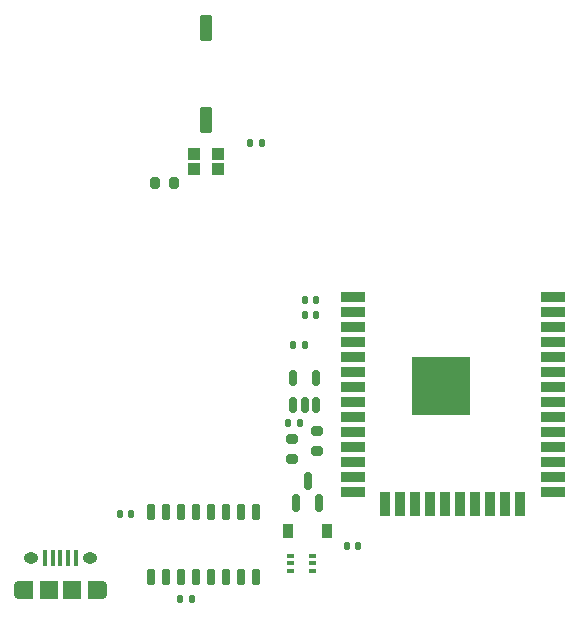
<source format=gbr>
%TF.GenerationSoftware,KiCad,Pcbnew,(6.0.0-0)*%
%TF.CreationDate,2022-12-05T13:27:30-05:00*%
%TF.ProjectId,Body_Servos,426f6479-5f53-4657-9276-6f732e6b6963,rev?*%
%TF.SameCoordinates,Original*%
%TF.FileFunction,Paste,Top*%
%TF.FilePolarity,Positive*%
%FSLAX46Y46*%
G04 Gerber Fmt 4.6, Leading zero omitted, Abs format (unit mm)*
G04 Created by KiCad (PCBNEW (6.0.0-0)) date 2022-12-05 13:27:30*
%MOMM*%
%LPD*%
G01*
G04 APERTURE LIST*
G04 Aperture macros list*
%AMRoundRect*
0 Rectangle with rounded corners*
0 $1 Rounding radius*
0 $2 $3 $4 $5 $6 $7 $8 $9 X,Y pos of 4 corners*
0 Add a 4 corners polygon primitive as box body*
4,1,4,$2,$3,$4,$5,$6,$7,$8,$9,$2,$3,0*
0 Add four circle primitives for the rounded corners*
1,1,$1+$1,$2,$3*
1,1,$1+$1,$4,$5*
1,1,$1+$1,$6,$7*
1,1,$1+$1,$8,$9*
0 Add four rect primitives between the rounded corners*
20,1,$1+$1,$2,$3,$4,$5,0*
20,1,$1+$1,$4,$5,$6,$7,0*
20,1,$1+$1,$6,$7,$8,$9,0*
20,1,$1+$1,$8,$9,$2,$3,0*%
G04 Aperture macros list end*
%ADD10C,0.010000*%
%ADD11RoundRect,0.140000X0.140000X0.170000X-0.140000X0.170000X-0.140000X-0.170000X0.140000X-0.170000X0*%
%ADD12R,1.000000X1.000000*%
%ADD13O,1.250000X0.950000*%
%ADD14O,0.890000X1.550000*%
%ADD15R,0.400000X1.350000*%
%ADD16R,1.200000X1.550000*%
%ADD17R,1.500000X1.550000*%
%ADD18RoundRect,0.140000X-0.140000X-0.170000X0.140000X-0.170000X0.140000X0.170000X-0.140000X0.170000X0*%
%ADD19RoundRect,0.200000X0.275000X-0.200000X0.275000X0.200000X-0.275000X0.200000X-0.275000X-0.200000X0*%
%ADD20RoundRect,0.150000X0.150000X-0.512500X0.150000X0.512500X-0.150000X0.512500X-0.150000X-0.512500X0*%
%ADD21RoundRect,0.200000X-0.200000X-0.275000X0.200000X-0.275000X0.200000X0.275000X-0.200000X0.275000X0*%
%ADD22RoundRect,0.049600X0.260400X-0.605400X0.260400X0.605400X-0.260400X0.605400X-0.260400X-0.605400X0*%
%ADD23R,0.914400X1.219200*%
%ADD24R,2.000000X0.900000*%
%ADD25R,0.900000X2.000000*%
%ADD26R,5.000000X5.000000*%
%ADD27RoundRect,0.135000X0.135000X0.185000X-0.135000X0.185000X-0.135000X-0.185000X0.135000X-0.185000X0*%
%ADD28RoundRect,0.150000X0.150000X-0.587500X0.150000X0.587500X-0.150000X0.587500X-0.150000X-0.587500X0*%
%ADD29RoundRect,0.100000X-0.400000X1.000000X-0.400000X-1.000000X0.400000X-1.000000X0.400000X1.000000X0*%
%ADD30RoundRect,0.200000X-0.275000X0.200000X-0.275000X-0.200000X0.275000X-0.200000X0.275000X0.200000X0*%
G04 APERTURE END LIST*
D10*
%TO.C,U5*%
X99745000Y-132318800D02*
X100195000Y-132318800D01*
X100195000Y-132318800D02*
X100195000Y-132568800D01*
X100195000Y-132568800D02*
X99745000Y-132568800D01*
X99745000Y-132568800D02*
X99745000Y-132318800D01*
G36*
X100195000Y-132568800D02*
G01*
X99745000Y-132568800D01*
X99745000Y-132318800D01*
X100195000Y-132318800D01*
X100195000Y-132568800D01*
G37*
X100195000Y-132568800D02*
X99745000Y-132568800D01*
X99745000Y-132318800D01*
X100195000Y-132318800D01*
X100195000Y-132568800D01*
X99745000Y-131018800D02*
X100195000Y-131018800D01*
X100195000Y-131018800D02*
X100195000Y-131268800D01*
X100195000Y-131268800D02*
X99745000Y-131268800D01*
X99745000Y-131268800D02*
X99745000Y-131018800D01*
G36*
X100195000Y-131268800D02*
G01*
X99745000Y-131268800D01*
X99745000Y-131018800D01*
X100195000Y-131018800D01*
X100195000Y-131268800D01*
G37*
X100195000Y-131268800D02*
X99745000Y-131268800D01*
X99745000Y-131018800D01*
X100195000Y-131018800D01*
X100195000Y-131268800D01*
X101595000Y-132318800D02*
X102045000Y-132318800D01*
X102045000Y-132318800D02*
X102045000Y-132568800D01*
X102045000Y-132568800D02*
X101595000Y-132568800D01*
X101595000Y-132568800D02*
X101595000Y-132318800D01*
G36*
X102045000Y-132568800D02*
G01*
X101595000Y-132568800D01*
X101595000Y-132318800D01*
X102045000Y-132318800D01*
X102045000Y-132568800D01*
G37*
X102045000Y-132568800D02*
X101595000Y-132568800D01*
X101595000Y-132318800D01*
X102045000Y-132318800D01*
X102045000Y-132568800D01*
X101595000Y-131018800D02*
X102045000Y-131018800D01*
X102045000Y-131018800D02*
X102045000Y-131268800D01*
X102045000Y-131268800D02*
X101595000Y-131268800D01*
X101595000Y-131268800D02*
X101595000Y-131018800D01*
G36*
X102045000Y-131268800D02*
G01*
X101595000Y-131268800D01*
X101595000Y-131018800D01*
X102045000Y-131018800D01*
X102045000Y-131268800D01*
G37*
X102045000Y-131268800D02*
X101595000Y-131268800D01*
X101595000Y-131018800D01*
X102045000Y-131018800D01*
X102045000Y-131268800D01*
X99745000Y-131668800D02*
X100195000Y-131668800D01*
X100195000Y-131668800D02*
X100195000Y-131918800D01*
X100195000Y-131918800D02*
X99745000Y-131918800D01*
X99745000Y-131918800D02*
X99745000Y-131668800D01*
G36*
X100195000Y-131918800D02*
G01*
X99745000Y-131918800D01*
X99745000Y-131668800D01*
X100195000Y-131668800D01*
X100195000Y-131918800D01*
G37*
X100195000Y-131918800D02*
X99745000Y-131918800D01*
X99745000Y-131668800D01*
X100195000Y-131668800D01*
X100195000Y-131918800D01*
X101595000Y-131668800D02*
X102045000Y-131668800D01*
X102045000Y-131668800D02*
X102045000Y-131918800D01*
X102045000Y-131918800D02*
X101595000Y-131918800D01*
X101595000Y-131918800D02*
X101595000Y-131668800D01*
G36*
X102045000Y-131918800D02*
G01*
X101595000Y-131918800D01*
X101595000Y-131668800D01*
X102045000Y-131668800D01*
X102045000Y-131918800D01*
G37*
X102045000Y-131918800D02*
X101595000Y-131918800D01*
X101595000Y-131668800D01*
X102045000Y-131668800D01*
X102045000Y-131918800D01*
%TD*%
D11*
%TO.C,C7*%
X101210000Y-113390000D03*
X100250000Y-113390000D03*
%TD*%
D12*
%TO.C,L1*%
X93859000Y-98447000D03*
X93859000Y-97147000D03*
X91829000Y-97147000D03*
X91829000Y-98447000D03*
%TD*%
D13*
%TO.C,J1*%
X78020000Y-131360000D03*
X83020000Y-131360000D03*
D14*
X77020000Y-134060000D03*
X84020000Y-134060000D03*
D15*
X79220000Y-131360000D03*
X79870000Y-131360000D03*
X80520000Y-131360000D03*
X81170000Y-131360000D03*
X81820000Y-131360000D03*
D16*
X77620000Y-134060000D03*
X83420000Y-134060000D03*
D17*
X79520000Y-134060000D03*
X81520000Y-134060000D03*
%TD*%
D11*
%TO.C,C3*%
X102180000Y-109510000D03*
X101220000Y-109510000D03*
%TD*%
D18*
%TO.C,C5*%
X99810000Y-119990000D03*
X100770000Y-119990000D03*
%TD*%
D19*
%TO.C,R2*%
X100170000Y-122975000D03*
X100170000Y-121325000D03*
%TD*%
D20*
%TO.C,U3*%
X100250000Y-118407500D03*
X101200000Y-118407500D03*
X102150000Y-118407500D03*
X102150000Y-116132500D03*
X100250000Y-116132500D03*
%TD*%
D21*
%TO.C,R1*%
X88507000Y-99624000D03*
X90157000Y-99624000D03*
%TD*%
D11*
%TO.C,C1*%
X105756000Y-130336000D03*
X104796000Y-130336000D03*
%TD*%
D22*
%TO.C,U4*%
X88230000Y-133020000D03*
X89500000Y-133020000D03*
X90770000Y-133020000D03*
X92040000Y-133020000D03*
X93310000Y-133020000D03*
X94580000Y-133020000D03*
X95850000Y-133020000D03*
X97120000Y-133020000D03*
X97120000Y-127520000D03*
X95850000Y-127520000D03*
X94580000Y-127520000D03*
X93310000Y-127520000D03*
X92040000Y-127520000D03*
X90770000Y-127520000D03*
X89500000Y-127520000D03*
X88230000Y-127520000D03*
%TD*%
D23*
%TO.C,CR1*%
X99830200Y-129080500D03*
X103106800Y-129080500D03*
%TD*%
D24*
%TO.C,U1*%
X105260000Y-109305000D03*
X105260000Y-110575000D03*
X105260000Y-111845000D03*
X105260000Y-113115000D03*
X105260000Y-114385000D03*
X105260000Y-115655000D03*
X105260000Y-116925000D03*
X105260000Y-118195000D03*
X105260000Y-119465000D03*
X105260000Y-120735000D03*
X105260000Y-122005000D03*
X105260000Y-123275000D03*
X105260000Y-124545000D03*
X105260000Y-125815000D03*
D25*
X108045000Y-126815000D03*
X109315000Y-126815000D03*
X110585000Y-126815000D03*
X111855000Y-126815000D03*
X113125000Y-126815000D03*
X114395000Y-126815000D03*
X115665000Y-126815000D03*
X116935000Y-126815000D03*
X118205000Y-126815000D03*
X119475000Y-126815000D03*
D24*
X122260000Y-125815000D03*
X122260000Y-124545000D03*
X122260000Y-123275000D03*
X122260000Y-122005000D03*
X122260000Y-120735000D03*
X122260000Y-119465000D03*
X122260000Y-118195000D03*
X122260000Y-116925000D03*
X122260000Y-115655000D03*
X122260000Y-114385000D03*
X122260000Y-113115000D03*
X122260000Y-111845000D03*
X122260000Y-110575000D03*
X122260000Y-109305000D03*
D26*
X112760000Y-116805000D03*
%TD*%
D11*
%TO.C,C6*%
X91640000Y-134830000D03*
X90680000Y-134830000D03*
%TD*%
D27*
%TO.C,R4*%
X97600000Y-96266000D03*
X96580000Y-96266000D03*
%TD*%
D11*
%TO.C,C2*%
X102190000Y-110830000D03*
X101230000Y-110830000D03*
%TD*%
D28*
%TO.C,U2*%
X100510000Y-126719500D03*
X102410000Y-126719500D03*
X101460000Y-124844500D03*
%TD*%
D29*
%TO.C,SW1*%
X92831000Y-86511000D03*
X92831000Y-94311000D03*
%TD*%
D11*
%TO.C,C4*%
X86520000Y-127670000D03*
X85560000Y-127670000D03*
%TD*%
D30*
%TO.C,R3*%
X102280000Y-120675000D03*
X102280000Y-122325000D03*
%TD*%
M02*

</source>
